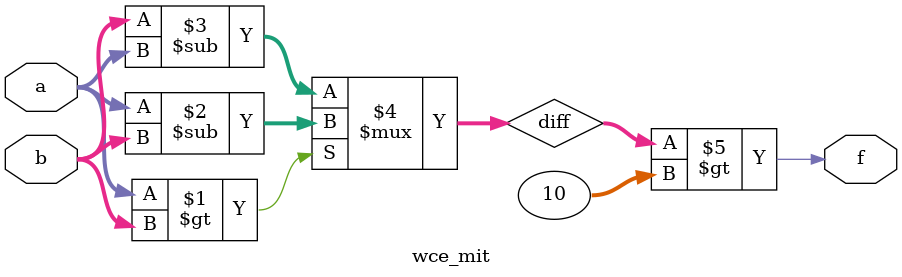
<source format=v>
module wce_mit(a, b, f);
parameter _bit = 8;
parameter wce = 10;
input [_bit - 1: 0] a;
input [_bit - 1: 0] b;
output f;
wire [_bit - 1: 0] diff;
assign diff = (a > b)? (a - b): (b - a);
assign f = (diff > wce);
endmodule

</source>
